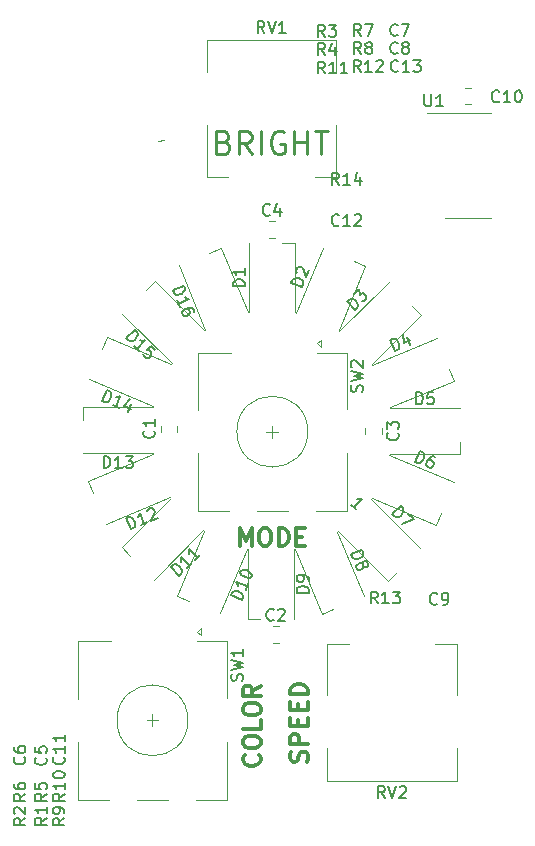
<source format=gbr>
G04 #@! TF.GenerationSoftware,KiCad,Pcbnew,(5.1.5-0-10_14)*
G04 #@! TF.CreationDate,2020-01-23T10:54:37-08:00*
G04 #@! TF.ProjectId,AndyCabinets,416e6479-4361-4626-996e-6574732e6b69,rev?*
G04 #@! TF.SameCoordinates,Original*
G04 #@! TF.FileFunction,Legend,Top*
G04 #@! TF.FilePolarity,Positive*
%FSLAX46Y46*%
G04 Gerber Fmt 4.6, Leading zero omitted, Abs format (unit mm)*
G04 Created by KiCad (PCBNEW (5.1.5-0-10_14)) date 2020-01-23 10:54:37*
%MOMM*%
%LPD*%
G04 APERTURE LIST*
%ADD10C,0.120000*%
%ADD11C,0.300000*%
%ADD12C,0.254000*%
%ADD13C,0.150000*%
G04 APERTURE END LIST*
D10*
X187685800Y-122965429D02*
X187685800Y-121965429D01*
D11*
X195075514Y-107688771D02*
X195075514Y-106188771D01*
X195575514Y-107260200D01*
X196075514Y-106188771D01*
X196075514Y-107688771D01*
X197075514Y-106188771D02*
X197361228Y-106188771D01*
X197504085Y-106260200D01*
X197646942Y-106403057D01*
X197718371Y-106688771D01*
X197718371Y-107188771D01*
X197646942Y-107474485D01*
X197504085Y-107617342D01*
X197361228Y-107688771D01*
X197075514Y-107688771D01*
X196932657Y-107617342D01*
X196789800Y-107474485D01*
X196718371Y-107188771D01*
X196718371Y-106688771D01*
X196789800Y-106403057D01*
X196932657Y-106260200D01*
X197075514Y-106188771D01*
X198361228Y-107688771D02*
X198361228Y-106188771D01*
X198718371Y-106188771D01*
X198932657Y-106260200D01*
X199075514Y-106403057D01*
X199146942Y-106545914D01*
X199218371Y-106831628D01*
X199218371Y-107045914D01*
X199146942Y-107331628D01*
X199075514Y-107474485D01*
X198932657Y-107617342D01*
X198718371Y-107688771D01*
X198361228Y-107688771D01*
X199861228Y-106903057D02*
X200361228Y-106903057D01*
X200575514Y-107688771D02*
X199861228Y-107688771D01*
X199861228Y-106188771D01*
X200575514Y-106188771D01*
D10*
X188671200Y-73355200D02*
X188188600Y-73380600D01*
D11*
X196699914Y-125374885D02*
X196771342Y-125446314D01*
X196842771Y-125660600D01*
X196842771Y-125803457D01*
X196771342Y-126017742D01*
X196628485Y-126160600D01*
X196485628Y-126232028D01*
X196199914Y-126303457D01*
X195985628Y-126303457D01*
X195699914Y-126232028D01*
X195557057Y-126160600D01*
X195414200Y-126017742D01*
X195342771Y-125803457D01*
X195342771Y-125660600D01*
X195414200Y-125446314D01*
X195485628Y-125374885D01*
X195342771Y-124446314D02*
X195342771Y-124160600D01*
X195414200Y-124017742D01*
X195557057Y-123874885D01*
X195842771Y-123803457D01*
X196342771Y-123803457D01*
X196628485Y-123874885D01*
X196771342Y-124017742D01*
X196842771Y-124160600D01*
X196842771Y-124446314D01*
X196771342Y-124589171D01*
X196628485Y-124732028D01*
X196342771Y-124803457D01*
X195842771Y-124803457D01*
X195557057Y-124732028D01*
X195414200Y-124589171D01*
X195342771Y-124446314D01*
X196842771Y-122446314D02*
X196842771Y-123160600D01*
X195342771Y-123160600D01*
X195342771Y-121660600D02*
X195342771Y-121374885D01*
X195414200Y-121232028D01*
X195557057Y-121089171D01*
X195842771Y-121017742D01*
X196342771Y-121017742D01*
X196628485Y-121089171D01*
X196771342Y-121232028D01*
X196842771Y-121374885D01*
X196842771Y-121660600D01*
X196771342Y-121803457D01*
X196628485Y-121946314D01*
X196342771Y-122017742D01*
X195842771Y-122017742D01*
X195557057Y-121946314D01*
X195414200Y-121803457D01*
X195342771Y-121660600D01*
X196842771Y-119517742D02*
X196128485Y-120017742D01*
X196842771Y-120374885D02*
X195342771Y-120374885D01*
X195342771Y-119803457D01*
X195414200Y-119660600D01*
X195485628Y-119589171D01*
X195628485Y-119517742D01*
X195842771Y-119517742D01*
X195985628Y-119589171D01*
X196057057Y-119660600D01*
X196128485Y-119803457D01*
X196128485Y-120374885D01*
X200759142Y-125967714D02*
X200830571Y-125753428D01*
X200830571Y-125396285D01*
X200759142Y-125253428D01*
X200687714Y-125182000D01*
X200544857Y-125110571D01*
X200402000Y-125110571D01*
X200259142Y-125182000D01*
X200187714Y-125253428D01*
X200116285Y-125396285D01*
X200044857Y-125682000D01*
X199973428Y-125824857D01*
X199902000Y-125896285D01*
X199759142Y-125967714D01*
X199616285Y-125967714D01*
X199473428Y-125896285D01*
X199402000Y-125824857D01*
X199330571Y-125682000D01*
X199330571Y-125324857D01*
X199402000Y-125110571D01*
X200830571Y-124467714D02*
X199330571Y-124467714D01*
X199330571Y-123896285D01*
X199402000Y-123753428D01*
X199473428Y-123682000D01*
X199616285Y-123610571D01*
X199830571Y-123610571D01*
X199973428Y-123682000D01*
X200044857Y-123753428D01*
X200116285Y-123896285D01*
X200116285Y-124467714D01*
X200044857Y-122967714D02*
X200044857Y-122467714D01*
X200830571Y-122253428D02*
X200830571Y-122967714D01*
X199330571Y-122967714D01*
X199330571Y-122253428D01*
X200044857Y-121610571D02*
X200044857Y-121110571D01*
X200830571Y-120896285D02*
X200830571Y-121610571D01*
X199330571Y-121610571D01*
X199330571Y-120896285D01*
X200830571Y-120253428D02*
X199330571Y-120253428D01*
X199330571Y-119896285D01*
X199402000Y-119682000D01*
X199544857Y-119539142D01*
X199687714Y-119467714D01*
X199973428Y-119396285D01*
X200187714Y-119396285D01*
X200473428Y-119467714D01*
X200616285Y-119539142D01*
X200759142Y-119682000D01*
X200830571Y-119896285D01*
X200830571Y-120253428D01*
D12*
X193716728Y-73490857D02*
X193988871Y-73581571D01*
X194079585Y-73672286D01*
X194170300Y-73853714D01*
X194170300Y-74125857D01*
X194079585Y-74307286D01*
X193988871Y-74398000D01*
X193807442Y-74488714D01*
X193081728Y-74488714D01*
X193081728Y-72583714D01*
X193716728Y-72583714D01*
X193898157Y-72674429D01*
X193988871Y-72765143D01*
X194079585Y-72946571D01*
X194079585Y-73128000D01*
X193988871Y-73309429D01*
X193898157Y-73400143D01*
X193716728Y-73490857D01*
X193081728Y-73490857D01*
X196075300Y-74488714D02*
X195440300Y-73581571D01*
X194986728Y-74488714D02*
X194986728Y-72583714D01*
X195712442Y-72583714D01*
X195893871Y-72674429D01*
X195984585Y-72765143D01*
X196075300Y-72946571D01*
X196075300Y-73218714D01*
X195984585Y-73400143D01*
X195893871Y-73490857D01*
X195712442Y-73581571D01*
X194986728Y-73581571D01*
X196891728Y-74488714D02*
X196891728Y-72583714D01*
X198796728Y-72674429D02*
X198615300Y-72583714D01*
X198343157Y-72583714D01*
X198071014Y-72674429D01*
X197889585Y-72855857D01*
X197798871Y-73037286D01*
X197708157Y-73400143D01*
X197708157Y-73672286D01*
X197798871Y-74035143D01*
X197889585Y-74216571D01*
X198071014Y-74398000D01*
X198343157Y-74488714D01*
X198524585Y-74488714D01*
X198796728Y-74398000D01*
X198887442Y-74307286D01*
X198887442Y-73672286D01*
X198524585Y-73672286D01*
X199703871Y-74488714D02*
X199703871Y-72583714D01*
X199703871Y-73490857D02*
X200792442Y-73490857D01*
X200792442Y-74488714D02*
X200792442Y-72583714D01*
X201427442Y-72583714D02*
X202516014Y-72583714D01*
X201971728Y-74488714D02*
X201971728Y-72583714D01*
D10*
X187685800Y-121965429D02*
X187685800Y-122965429D01*
X188185800Y-122465429D02*
X187185800Y-122465429D01*
X183985800Y-129165429D02*
X181385800Y-129165429D01*
X188985800Y-129165429D02*
X186385800Y-129165429D01*
X193985800Y-129165429D02*
X191385800Y-129165429D01*
X191785800Y-115265429D02*
X191485800Y-114965429D01*
X191785800Y-114665429D02*
X191785800Y-115265429D01*
X191485800Y-114965429D02*
X191785800Y-114665429D01*
X193985800Y-115765429D02*
X191485800Y-115765429D01*
X193985800Y-120565429D02*
X193985800Y-115765429D01*
X181385800Y-115765429D02*
X184185800Y-115765429D01*
X181385800Y-120665429D02*
X181385800Y-115765429D01*
X181385800Y-129165429D02*
X181385800Y-124265429D01*
X193985800Y-124265429D02*
X193985800Y-129165429D01*
X190685800Y-122465429D02*
G75*
G03X190685800Y-122465429I-3000000J0D01*
G01*
X205700027Y-83996608D02*
X204706857Y-83585223D01*
X203442195Y-89447497D02*
X205700027Y-83996608D01*
X199839065Y-87955032D02*
X202096897Y-82504143D01*
X193502349Y-82455883D02*
X192509178Y-82867267D01*
X195760181Y-87906772D02*
X193502349Y-82455883D01*
X192157051Y-89399237D02*
X189899219Y-83948348D01*
X214117422Y-70306000D02*
X214634578Y-70306000D01*
X214117422Y-68886000D02*
X214634578Y-68886000D01*
X202503800Y-127562429D02*
X202503800Y-124842429D01*
X202503800Y-120342429D02*
X202503800Y-115972429D01*
X213443800Y-120342429D02*
X213443800Y-115972429D01*
X211623800Y-115972429D02*
X213443800Y-115972429D01*
X202503800Y-127562429D02*
X213443800Y-127562429D01*
X213443800Y-127562429D02*
X213443800Y-124842429D01*
X202503800Y-115972429D02*
X204323800Y-115972429D01*
X203235800Y-64847600D02*
X203235800Y-67567600D01*
X203235800Y-72067600D02*
X203235800Y-76437600D01*
X192295800Y-72067600D02*
X192295800Y-76437600D01*
X194115800Y-76437600D02*
X192295800Y-76437600D01*
X203235800Y-64847600D02*
X192295800Y-64847600D01*
X192295800Y-64847600D02*
X192295800Y-67567600D01*
X203235800Y-76437600D02*
X201415800Y-76437600D01*
X214395987Y-71029614D02*
X210945987Y-71029614D01*
X214395987Y-71029614D02*
X216345987Y-71029614D01*
X214395987Y-79899614D02*
X212445987Y-79899614D01*
X214395987Y-79899614D02*
X216345987Y-79899614D01*
X200829800Y-98017929D02*
G75*
G03X200829800Y-98017929I-3000000J0D01*
G01*
X204129800Y-99817929D02*
X204129800Y-104717929D01*
X191529800Y-104717929D02*
X191529800Y-99817929D01*
X191529800Y-96217929D02*
X191529800Y-91317929D01*
X191529800Y-91317929D02*
X194329800Y-91317929D01*
X204129800Y-96117929D02*
X204129800Y-91317929D01*
X204129800Y-91317929D02*
X201629800Y-91317929D01*
X201629800Y-90517929D02*
X201929800Y-90217929D01*
X201929800Y-90217929D02*
X201929800Y-90817929D01*
X201929800Y-90817929D02*
X201629800Y-90517929D01*
X204129800Y-104717929D02*
X201529800Y-104717929D01*
X199129800Y-104717929D02*
X196529800Y-104717929D01*
X194129800Y-104717929D02*
X191529800Y-104717929D01*
X198329800Y-98017929D02*
X197329800Y-98017929D01*
X197829800Y-97517929D02*
X197829800Y-98517929D01*
X197531222Y-81639429D02*
X198048378Y-81639429D01*
X197531222Y-80219429D02*
X198048378Y-80219429D01*
X205715800Y-97688851D02*
X205715800Y-98206007D01*
X207135800Y-97688851D02*
X207135800Y-98206007D01*
X197861422Y-115929429D02*
X198378578Y-115929429D01*
X197861422Y-114509429D02*
X198378578Y-114509429D01*
X189800300Y-98015507D02*
X189800300Y-97498351D01*
X188380300Y-98015507D02*
X188380300Y-97498351D01*
X187896730Y-85260150D02*
X187136590Y-86020290D01*
X192068660Y-89432080D02*
X187896730Y-85260150D01*
X189310944Y-92189796D02*
X185139014Y-88017866D01*
X199752163Y-82009899D02*
X198677163Y-82009899D01*
X199752163Y-87909899D02*
X199752163Y-82009899D01*
X195852163Y-87909899D02*
X195852163Y-82009899D01*
X183794192Y-89997495D02*
X183382807Y-90990665D01*
X189245081Y-92255327D02*
X183794192Y-89997495D01*
X187752616Y-95858457D02*
X182301727Y-93600625D01*
X181812563Y-95945359D02*
X181812563Y-97020359D01*
X187712563Y-95945359D02*
X181812563Y-95945359D01*
X187712563Y-99845359D02*
X181812563Y-99845359D01*
X182261087Y-102195173D02*
X182672471Y-103188344D01*
X187711976Y-99937341D02*
X182261087Y-102195173D01*
X189204441Y-103540471D02*
X183753552Y-105798303D01*
X185065354Y-107793172D02*
X185825494Y-108553312D01*
X189237284Y-103621242D02*
X185065354Y-107793172D01*
X191995000Y-106378958D02*
X187823070Y-110550888D01*
X189800159Y-111903330D02*
X190793329Y-112314715D01*
X192057991Y-106452441D02*
X189800159Y-111903330D01*
X195661121Y-107944906D02*
X193403289Y-113395795D01*
X195748023Y-113884959D02*
X196823023Y-113884959D01*
X195748023Y-107984959D02*
X195748023Y-113884959D01*
X199648023Y-107984959D02*
X199648023Y-113884959D01*
X202000377Y-113436435D02*
X202993548Y-113025051D01*
X199742545Y-107985546D02*
X202000377Y-113436435D01*
X203345675Y-106493081D02*
X205603507Y-111943970D01*
X207598376Y-110634708D02*
X208358516Y-109874568D01*
X203426446Y-106462778D02*
X207598376Y-110634708D01*
X206184162Y-103705062D02*
X210356092Y-107876992D01*
X211708534Y-105892283D02*
X212119919Y-104899113D01*
X206257645Y-103634451D02*
X211708534Y-105892283D01*
X207750110Y-100031321D02*
X213200999Y-102289153D01*
X213687623Y-99946959D02*
X213687623Y-98871959D01*
X207787623Y-99946959D02*
X213687623Y-99946959D01*
X207787623Y-96046959D02*
X213687623Y-96046959D01*
X213239099Y-93699685D02*
X212827715Y-92706514D01*
X207788210Y-95957517D02*
X213239099Y-93699685D01*
X206295745Y-92354387D02*
X211746634Y-90096555D01*
X210434832Y-88101686D02*
X209674692Y-87341546D01*
X206262902Y-92273616D02*
X210434832Y-88101686D01*
X203505186Y-89515900D02*
X207677116Y-85343970D01*
D13*
X195290561Y-119098762D02*
X195338180Y-118955905D01*
X195338180Y-118717809D01*
X195290561Y-118622571D01*
X195242942Y-118574952D01*
X195147704Y-118527333D01*
X195052466Y-118527333D01*
X194957228Y-118574952D01*
X194909609Y-118622571D01*
X194861990Y-118717809D01*
X194814371Y-118908286D01*
X194766752Y-119003524D01*
X194719133Y-119051143D01*
X194623895Y-119098762D01*
X194528657Y-119098762D01*
X194433419Y-119051143D01*
X194385800Y-119003524D01*
X194338180Y-118908286D01*
X194338180Y-118670190D01*
X194385800Y-118527333D01*
X194338180Y-118194000D02*
X195338180Y-117955905D01*
X194623895Y-117765429D01*
X195338180Y-117574952D01*
X194338180Y-117336857D01*
X195338180Y-116432095D02*
X195338180Y-117003524D01*
X195338180Y-116717809D02*
X194338180Y-116717809D01*
X194481038Y-116813048D01*
X194576276Y-116908286D01*
X194623895Y-117003524D01*
X200364365Y-85778470D02*
X199440486Y-85395787D01*
X199531601Y-85175816D01*
X199630264Y-85062056D01*
X199754699Y-85010513D01*
X199860910Y-85002965D01*
X200055110Y-85031863D01*
X200187093Y-85086532D01*
X200344847Y-85203418D01*
X200414613Y-85283859D01*
X200466155Y-85408293D01*
X200455480Y-85558499D01*
X200364365Y-85778470D01*
X199892935Y-84552348D02*
X199867163Y-84490130D01*
X199859615Y-84383919D01*
X199950730Y-84163947D01*
X200031171Y-84094182D01*
X200093388Y-84068411D01*
X200199599Y-84060862D01*
X200287588Y-84097309D01*
X200401348Y-84195972D01*
X200710603Y-84942579D01*
X200947502Y-84370654D01*
X189406398Y-86031203D02*
X190330278Y-85648520D01*
X190421393Y-85868491D01*
X190432067Y-86018697D01*
X190380525Y-86143132D01*
X190310759Y-86223572D01*
X190153005Y-86340458D01*
X190021023Y-86395127D01*
X189826823Y-86424025D01*
X189720611Y-86416477D01*
X189596176Y-86364935D01*
X189497513Y-86251175D01*
X189406398Y-86031203D01*
X189989535Y-87439020D02*
X189770858Y-86911089D01*
X189880197Y-87175054D02*
X190804076Y-86792371D01*
X190635647Y-86759051D01*
X190511213Y-86707509D01*
X190430772Y-86637743D01*
X191241429Y-87848233D02*
X191168536Y-87672256D01*
X191088096Y-87602491D01*
X191025879Y-87576719D01*
X190857450Y-87543400D01*
X190663250Y-87572298D01*
X190311296Y-87718082D01*
X190241530Y-87798522D01*
X190215759Y-87860740D01*
X190208211Y-87966951D01*
X190281103Y-88142928D01*
X190361543Y-88212694D01*
X190423761Y-88238465D01*
X190529972Y-88246013D01*
X190749943Y-88154898D01*
X190819709Y-88074458D01*
X190845480Y-88012240D01*
X190853028Y-87906029D01*
X190780136Y-87730052D01*
X190699696Y-87660286D01*
X190637479Y-87634515D01*
X190531267Y-87626967D01*
X203471542Y-77107980D02*
X203138209Y-76631790D01*
X202900114Y-77107980D02*
X202900114Y-76107980D01*
X203281066Y-76107980D01*
X203376304Y-76155600D01*
X203423923Y-76203219D01*
X203471542Y-76298457D01*
X203471542Y-76441314D01*
X203423923Y-76536552D01*
X203376304Y-76584171D01*
X203281066Y-76631790D01*
X202900114Y-76631790D01*
X204423923Y-77107980D02*
X203852495Y-77107980D01*
X204138209Y-77107980D02*
X204138209Y-76107980D01*
X204042971Y-76250838D01*
X203947733Y-76346076D01*
X203852495Y-76393695D01*
X205281066Y-76441314D02*
X205281066Y-77107980D01*
X205042971Y-76060361D02*
X204804876Y-76774647D01*
X205423923Y-76774647D01*
X206748142Y-112567980D02*
X206414809Y-112091790D01*
X206176714Y-112567980D02*
X206176714Y-111567980D01*
X206557666Y-111567980D01*
X206652904Y-111615600D01*
X206700523Y-111663219D01*
X206748142Y-111758457D01*
X206748142Y-111901314D01*
X206700523Y-111996552D01*
X206652904Y-112044171D01*
X206557666Y-112091790D01*
X206176714Y-112091790D01*
X207700523Y-112567980D02*
X207129095Y-112567980D01*
X207414809Y-112567980D02*
X207414809Y-111567980D01*
X207319571Y-111710838D01*
X207224333Y-111806076D01*
X207129095Y-111853695D01*
X208033857Y-111567980D02*
X208652904Y-111567980D01*
X208319571Y-111948933D01*
X208462428Y-111948933D01*
X208557666Y-111996552D01*
X208605285Y-112044171D01*
X208652904Y-112139409D01*
X208652904Y-112377504D01*
X208605285Y-112472742D01*
X208557666Y-112520361D01*
X208462428Y-112567980D01*
X208176714Y-112567980D01*
X208081476Y-112520361D01*
X208033857Y-112472742D01*
X203471542Y-80521142D02*
X203423923Y-80568761D01*
X203281066Y-80616380D01*
X203185828Y-80616380D01*
X203042971Y-80568761D01*
X202947733Y-80473523D01*
X202900114Y-80378285D01*
X202852495Y-80187809D01*
X202852495Y-80044952D01*
X202900114Y-79854476D01*
X202947733Y-79759238D01*
X203042971Y-79664000D01*
X203185828Y-79616380D01*
X203281066Y-79616380D01*
X203423923Y-79664000D01*
X203471542Y-79711619D01*
X204423923Y-80616380D02*
X203852495Y-80616380D01*
X204138209Y-80616380D02*
X204138209Y-79616380D01*
X204042971Y-79759238D01*
X203947733Y-79854476D01*
X203852495Y-79902095D01*
X204804876Y-79711619D02*
X204852495Y-79664000D01*
X204947733Y-79616380D01*
X205185828Y-79616380D01*
X205281066Y-79664000D01*
X205328685Y-79711619D01*
X205376304Y-79806857D01*
X205376304Y-79902095D01*
X205328685Y-80044952D01*
X204757257Y-80616380D01*
X205376304Y-80616380D01*
X211796333Y-112574342D02*
X211748714Y-112621961D01*
X211605857Y-112669580D01*
X211510619Y-112669580D01*
X211367761Y-112621961D01*
X211272523Y-112526723D01*
X211224904Y-112431485D01*
X211177285Y-112241009D01*
X211177285Y-112098152D01*
X211224904Y-111907676D01*
X211272523Y-111812438D01*
X211367761Y-111717200D01*
X211510619Y-111669580D01*
X211605857Y-111669580D01*
X211748714Y-111717200D01*
X211796333Y-111764819D01*
X212272523Y-112669580D02*
X212463000Y-112669580D01*
X212558238Y-112621961D01*
X212605857Y-112574342D01*
X212701095Y-112431485D01*
X212748714Y-112241009D01*
X212748714Y-111860057D01*
X212701095Y-111764819D01*
X212653476Y-111717200D01*
X212558238Y-111669580D01*
X212367761Y-111669580D01*
X212272523Y-111717200D01*
X212224904Y-111764819D01*
X212177285Y-111860057D01*
X212177285Y-112098152D01*
X212224904Y-112193390D01*
X212272523Y-112241009D01*
X212367761Y-112288628D01*
X212558238Y-112288628D01*
X212653476Y-112241009D01*
X212701095Y-112193390D01*
X212748714Y-112098152D01*
X217035142Y-70029342D02*
X216987523Y-70076961D01*
X216844666Y-70124580D01*
X216749428Y-70124580D01*
X216606571Y-70076961D01*
X216511333Y-69981723D01*
X216463714Y-69886485D01*
X216416095Y-69696009D01*
X216416095Y-69553152D01*
X216463714Y-69362676D01*
X216511333Y-69267438D01*
X216606571Y-69172200D01*
X216749428Y-69124580D01*
X216844666Y-69124580D01*
X216987523Y-69172200D01*
X217035142Y-69219819D01*
X217987523Y-70124580D02*
X217416095Y-70124580D01*
X217701809Y-70124580D02*
X217701809Y-69124580D01*
X217606571Y-69267438D01*
X217511333Y-69362676D01*
X217416095Y-69410295D01*
X218606571Y-69124580D02*
X218701809Y-69124580D01*
X218797047Y-69172200D01*
X218844666Y-69219819D01*
X218892285Y-69315057D01*
X218939904Y-69505533D01*
X218939904Y-69743628D01*
X218892285Y-69934104D01*
X218844666Y-70029342D01*
X218797047Y-70076961D01*
X218701809Y-70124580D01*
X218606571Y-70124580D01*
X218511333Y-70076961D01*
X218463714Y-70029342D01*
X218416095Y-69934104D01*
X218368476Y-69743628D01*
X218368476Y-69505533D01*
X218416095Y-69315057D01*
X218463714Y-69219819D01*
X218511333Y-69172200D01*
X218606571Y-69124580D01*
X207378561Y-129044809D02*
X207045228Y-128568619D01*
X206807133Y-129044809D02*
X206807133Y-128044809D01*
X207188085Y-128044809D01*
X207283323Y-128092429D01*
X207330942Y-128140048D01*
X207378561Y-128235286D01*
X207378561Y-128378143D01*
X207330942Y-128473381D01*
X207283323Y-128521000D01*
X207188085Y-128568619D01*
X206807133Y-128568619D01*
X207664276Y-128044809D02*
X207997609Y-129044809D01*
X208330942Y-128044809D01*
X208616657Y-128140048D02*
X208664276Y-128092429D01*
X208759514Y-128044809D01*
X208997609Y-128044809D01*
X209092847Y-128092429D01*
X209140466Y-128140048D01*
X209188085Y-128235286D01*
X209188085Y-128330524D01*
X209140466Y-128473381D01*
X208569038Y-129044809D01*
X209188085Y-129044809D01*
X197170561Y-64269980D02*
X196837228Y-63793790D01*
X196599133Y-64269980D02*
X196599133Y-63269980D01*
X196980085Y-63269980D01*
X197075323Y-63317600D01*
X197122942Y-63365219D01*
X197170561Y-63460457D01*
X197170561Y-63603314D01*
X197122942Y-63698552D01*
X197075323Y-63746171D01*
X196980085Y-63793790D01*
X196599133Y-63793790D01*
X197456276Y-63269980D02*
X197789609Y-64269980D01*
X198122942Y-63269980D01*
X198980085Y-64269980D02*
X198408657Y-64269980D01*
X198694371Y-64269980D02*
X198694371Y-63269980D01*
X198599133Y-63412838D01*
X198503895Y-63508076D01*
X198408657Y-63555695D01*
X210713082Y-69455994D02*
X210713082Y-70265518D01*
X210760701Y-70360756D01*
X210808320Y-70408375D01*
X210903558Y-70455994D01*
X211094034Y-70455994D01*
X211189272Y-70408375D01*
X211236891Y-70360756D01*
X211284510Y-70265518D01*
X211284510Y-69455994D01*
X212284510Y-70455994D02*
X211713082Y-70455994D01*
X211998796Y-70455994D02*
X211998796Y-69455994D01*
X211903558Y-69598852D01*
X211808320Y-69694090D01*
X211713082Y-69741709D01*
X205303814Y-67565807D02*
X204970481Y-67089617D01*
X204732386Y-67565807D02*
X204732386Y-66565807D01*
X205113338Y-66565807D01*
X205208576Y-66613427D01*
X205256195Y-66661046D01*
X205303814Y-66756284D01*
X205303814Y-66899141D01*
X205256195Y-66994379D01*
X205208576Y-67041998D01*
X205113338Y-67089617D01*
X204732386Y-67089617D01*
X206256195Y-67565807D02*
X205684767Y-67565807D01*
X205970481Y-67565807D02*
X205970481Y-66565807D01*
X205875243Y-66708665D01*
X205780005Y-66803903D01*
X205684767Y-66851522D01*
X206637148Y-66661046D02*
X206684767Y-66613427D01*
X206780005Y-66565807D01*
X207018100Y-66565807D01*
X207113338Y-66613427D01*
X207160957Y-66661046D01*
X207208576Y-66756284D01*
X207208576Y-66851522D01*
X207160957Y-66994379D01*
X206589529Y-67565807D01*
X207208576Y-67565807D01*
X202287505Y-67692807D02*
X201954172Y-67216617D01*
X201716077Y-67692807D02*
X201716077Y-66692807D01*
X202097029Y-66692807D01*
X202192267Y-66740427D01*
X202239886Y-66788046D01*
X202287505Y-66883284D01*
X202287505Y-67026141D01*
X202239886Y-67121379D01*
X202192267Y-67168998D01*
X202097029Y-67216617D01*
X201716077Y-67216617D01*
X203239886Y-67692807D02*
X202668458Y-67692807D01*
X202954172Y-67692807D02*
X202954172Y-66692807D01*
X202858934Y-66835665D01*
X202763696Y-66930903D01*
X202668458Y-66978522D01*
X204192267Y-67692807D02*
X203620839Y-67692807D01*
X203906553Y-67692807D02*
X203906553Y-66692807D01*
X203811315Y-66835665D01*
X203716077Y-66930903D01*
X203620839Y-66978522D01*
X180258980Y-128689286D02*
X179782790Y-129022619D01*
X180258980Y-129260714D02*
X179258980Y-129260714D01*
X179258980Y-128879762D01*
X179306600Y-128784524D01*
X179354219Y-128736905D01*
X179449457Y-128689286D01*
X179592314Y-128689286D01*
X179687552Y-128736905D01*
X179735171Y-128784524D01*
X179782790Y-128879762D01*
X179782790Y-129260714D01*
X180258980Y-127736905D02*
X180258980Y-128308333D01*
X180258980Y-128022619D02*
X179258980Y-128022619D01*
X179401838Y-128117857D01*
X179497076Y-128213095D01*
X179544695Y-128308333D01*
X179258980Y-127117857D02*
X179258980Y-127022619D01*
X179306600Y-126927381D01*
X179354219Y-126879762D01*
X179449457Y-126832143D01*
X179639933Y-126784524D01*
X179878028Y-126784524D01*
X180068504Y-126832143D01*
X180163742Y-126879762D01*
X180211361Y-126927381D01*
X180258980Y-127022619D01*
X180258980Y-127117857D01*
X180211361Y-127213095D01*
X180163742Y-127260714D01*
X180068504Y-127308333D01*
X179878028Y-127355952D01*
X179639933Y-127355952D01*
X179449457Y-127308333D01*
X179354219Y-127260714D01*
X179306600Y-127213095D01*
X179258980Y-127117857D01*
X180233580Y-130748066D02*
X179757390Y-131081400D01*
X180233580Y-131319495D02*
X179233580Y-131319495D01*
X179233580Y-130938542D01*
X179281200Y-130843304D01*
X179328819Y-130795685D01*
X179424057Y-130748066D01*
X179566914Y-130748066D01*
X179662152Y-130795685D01*
X179709771Y-130843304D01*
X179757390Y-130938542D01*
X179757390Y-131319495D01*
X180233580Y-130271876D02*
X180233580Y-130081400D01*
X180185961Y-129986161D01*
X180138342Y-129938542D01*
X179995485Y-129843304D01*
X179805009Y-129795685D01*
X179424057Y-129795685D01*
X179328819Y-129843304D01*
X179281200Y-129890923D01*
X179233580Y-129986161D01*
X179233580Y-130176638D01*
X179281200Y-130271876D01*
X179328819Y-130319495D01*
X179424057Y-130367114D01*
X179662152Y-130367114D01*
X179757390Y-130319495D01*
X179805009Y-130271876D01*
X179852628Y-130176638D01*
X179852628Y-129986161D01*
X179805009Y-129890923D01*
X179757390Y-129843304D01*
X179662152Y-129795685D01*
X205335505Y-66041807D02*
X205002172Y-65565617D01*
X204764076Y-66041807D02*
X204764076Y-65041807D01*
X205145029Y-65041807D01*
X205240267Y-65089427D01*
X205287886Y-65137046D01*
X205335505Y-65232284D01*
X205335505Y-65375141D01*
X205287886Y-65470379D01*
X205240267Y-65517998D01*
X205145029Y-65565617D01*
X204764076Y-65565617D01*
X205906933Y-65470379D02*
X205811695Y-65422760D01*
X205764076Y-65375141D01*
X205716457Y-65279903D01*
X205716457Y-65232284D01*
X205764076Y-65137046D01*
X205811695Y-65089427D01*
X205906933Y-65041807D01*
X206097410Y-65041807D01*
X206192648Y-65089427D01*
X206240267Y-65137046D01*
X206287886Y-65232284D01*
X206287886Y-65279903D01*
X206240267Y-65375141D01*
X206192648Y-65422760D01*
X206097410Y-65470379D01*
X205906933Y-65470379D01*
X205811695Y-65517998D01*
X205764076Y-65565617D01*
X205716457Y-65660855D01*
X205716457Y-65851331D01*
X205764076Y-65946569D01*
X205811695Y-65994188D01*
X205906933Y-66041807D01*
X206097410Y-66041807D01*
X206192648Y-65994188D01*
X206240267Y-65946569D01*
X206287886Y-65851331D01*
X206287886Y-65660855D01*
X206240267Y-65565617D01*
X206192648Y-65517998D01*
X206097410Y-65470379D01*
X205335505Y-64517807D02*
X205002172Y-64041617D01*
X204764076Y-64517807D02*
X204764076Y-63517807D01*
X205145029Y-63517807D01*
X205240267Y-63565427D01*
X205287886Y-63613046D01*
X205335505Y-63708284D01*
X205335505Y-63851141D01*
X205287886Y-63946379D01*
X205240267Y-63993998D01*
X205145029Y-64041617D01*
X204764076Y-64041617D01*
X205668838Y-63517807D02*
X206335505Y-63517807D01*
X205906933Y-64517807D01*
X176931580Y-128689286D02*
X176455390Y-129022620D01*
X176931580Y-129260715D02*
X175931580Y-129260715D01*
X175931580Y-128879762D01*
X175979200Y-128784524D01*
X176026819Y-128736905D01*
X176122057Y-128689286D01*
X176264914Y-128689286D01*
X176360152Y-128736905D01*
X176407771Y-128784524D01*
X176455390Y-128879762D01*
X176455390Y-129260715D01*
X175931580Y-127832143D02*
X175931580Y-128022620D01*
X175979200Y-128117858D01*
X176026819Y-128165477D01*
X176169676Y-128260715D01*
X176360152Y-128308334D01*
X176741104Y-128308334D01*
X176836342Y-128260715D01*
X176883961Y-128213096D01*
X176931580Y-128117858D01*
X176931580Y-127927381D01*
X176883961Y-127832143D01*
X176836342Y-127784524D01*
X176741104Y-127736905D01*
X176503009Y-127736905D01*
X176407771Y-127784524D01*
X176360152Y-127832143D01*
X176312533Y-127927381D01*
X176312533Y-128117858D01*
X176360152Y-128213096D01*
X176407771Y-128260715D01*
X176503009Y-128308334D01*
X178734980Y-128689286D02*
X178258790Y-129022620D01*
X178734980Y-129260715D02*
X177734980Y-129260715D01*
X177734980Y-128879762D01*
X177782600Y-128784524D01*
X177830219Y-128736905D01*
X177925457Y-128689286D01*
X178068314Y-128689286D01*
X178163552Y-128736905D01*
X178211171Y-128784524D01*
X178258790Y-128879762D01*
X178258790Y-129260715D01*
X177734980Y-127784524D02*
X177734980Y-128260715D01*
X178211171Y-128308334D01*
X178163552Y-128260715D01*
X178115933Y-128165477D01*
X178115933Y-127927381D01*
X178163552Y-127832143D01*
X178211171Y-127784524D01*
X178306409Y-127736905D01*
X178544504Y-127736905D01*
X178639742Y-127784524D01*
X178687361Y-127832143D01*
X178734980Y-127927381D01*
X178734980Y-128165477D01*
X178687361Y-128260715D01*
X178639742Y-128308334D01*
X202287505Y-66130707D02*
X201954172Y-65654517D01*
X201716076Y-66130707D02*
X201716076Y-65130707D01*
X202097029Y-65130707D01*
X202192267Y-65178327D01*
X202239886Y-65225946D01*
X202287505Y-65321184D01*
X202287505Y-65464041D01*
X202239886Y-65559279D01*
X202192267Y-65606898D01*
X202097029Y-65654517D01*
X201716076Y-65654517D01*
X203144648Y-65464041D02*
X203144648Y-66130707D01*
X202906552Y-65083088D02*
X202668457Y-65797374D01*
X203287505Y-65797374D01*
X202287505Y-64568607D02*
X201954172Y-64092417D01*
X201716076Y-64568607D02*
X201716076Y-63568607D01*
X202097029Y-63568607D01*
X202192267Y-63616227D01*
X202239886Y-63663846D01*
X202287505Y-63759084D01*
X202287505Y-63901941D01*
X202239886Y-63997179D01*
X202192267Y-64044798D01*
X202097029Y-64092417D01*
X201716076Y-64092417D01*
X202620838Y-63568607D02*
X203239886Y-63568607D01*
X202906552Y-63949560D01*
X203049410Y-63949560D01*
X203144648Y-63997179D01*
X203192267Y-64044798D01*
X203239886Y-64140036D01*
X203239886Y-64378131D01*
X203192267Y-64473369D01*
X203144648Y-64520988D01*
X203049410Y-64568607D01*
X202763695Y-64568607D01*
X202668457Y-64520988D01*
X202620838Y-64473369D01*
X176931580Y-130748066D02*
X176455390Y-131081400D01*
X176931580Y-131319495D02*
X175931580Y-131319495D01*
X175931580Y-130938542D01*
X175979200Y-130843304D01*
X176026819Y-130795685D01*
X176122057Y-130748066D01*
X176264914Y-130748066D01*
X176360152Y-130795685D01*
X176407771Y-130843304D01*
X176455390Y-130938542D01*
X176455390Y-131319495D01*
X176026819Y-130367114D02*
X175979200Y-130319495D01*
X175931580Y-130224257D01*
X175931580Y-129986161D01*
X175979200Y-129890923D01*
X176026819Y-129843304D01*
X176122057Y-129795685D01*
X176217295Y-129795685D01*
X176360152Y-129843304D01*
X176931580Y-130414733D01*
X176931580Y-129795685D01*
X178734980Y-130722666D02*
X178258790Y-131056000D01*
X178734980Y-131294095D02*
X177734980Y-131294095D01*
X177734980Y-130913142D01*
X177782600Y-130817904D01*
X177830219Y-130770285D01*
X177925457Y-130722666D01*
X178068314Y-130722666D01*
X178163552Y-130770285D01*
X178211171Y-130817904D01*
X178258790Y-130913142D01*
X178258790Y-131294095D01*
X178734980Y-129770285D02*
X178734980Y-130341714D01*
X178734980Y-130056000D02*
X177734980Y-130056000D01*
X177877838Y-130151238D01*
X177973076Y-130246476D01*
X178020695Y-130341714D01*
X208478814Y-67470569D02*
X208431195Y-67518188D01*
X208288338Y-67565807D01*
X208193100Y-67565807D01*
X208050243Y-67518188D01*
X207955005Y-67422950D01*
X207907386Y-67327712D01*
X207859767Y-67137236D01*
X207859767Y-66994379D01*
X207907386Y-66803903D01*
X207955005Y-66708665D01*
X208050243Y-66613427D01*
X208193100Y-66565807D01*
X208288338Y-66565807D01*
X208431195Y-66613427D01*
X208478814Y-66661046D01*
X209431195Y-67565807D02*
X208859767Y-67565807D01*
X209145481Y-67565807D02*
X209145481Y-66565807D01*
X209050243Y-66708665D01*
X208955005Y-66803903D01*
X208859767Y-66851522D01*
X209764529Y-66565807D02*
X210383576Y-66565807D01*
X210050243Y-66946760D01*
X210193100Y-66946760D01*
X210288338Y-66994379D01*
X210335957Y-67041998D01*
X210383576Y-67137236D01*
X210383576Y-67375331D01*
X210335957Y-67470569D01*
X210288338Y-67518188D01*
X210193100Y-67565807D01*
X209907386Y-67565807D01*
X209812148Y-67518188D01*
X209764529Y-67470569D01*
X180163742Y-125577786D02*
X180211361Y-125625405D01*
X180258980Y-125768262D01*
X180258980Y-125863500D01*
X180211361Y-126006357D01*
X180116123Y-126101595D01*
X180020885Y-126149214D01*
X179830409Y-126196833D01*
X179687552Y-126196833D01*
X179497076Y-126149214D01*
X179401838Y-126101595D01*
X179306600Y-126006357D01*
X179258980Y-125863500D01*
X179258980Y-125768262D01*
X179306600Y-125625405D01*
X179354219Y-125577786D01*
X180258980Y-124625405D02*
X180258980Y-125196833D01*
X180258980Y-124911119D02*
X179258980Y-124911119D01*
X179401838Y-125006357D01*
X179497076Y-125101595D01*
X179544695Y-125196833D01*
X180258980Y-123673024D02*
X180258980Y-124244452D01*
X180258980Y-123958738D02*
X179258980Y-123958738D01*
X179401838Y-124053976D01*
X179497076Y-124149214D01*
X179544695Y-124244452D01*
X208447005Y-65946569D02*
X208399386Y-65994188D01*
X208256529Y-66041807D01*
X208161291Y-66041807D01*
X208018433Y-65994188D01*
X207923195Y-65898950D01*
X207875576Y-65803712D01*
X207827957Y-65613236D01*
X207827957Y-65470379D01*
X207875576Y-65279903D01*
X207923195Y-65184665D01*
X208018433Y-65089427D01*
X208161291Y-65041807D01*
X208256529Y-65041807D01*
X208399386Y-65089427D01*
X208447005Y-65137046D01*
X209018433Y-65470379D02*
X208923195Y-65422760D01*
X208875576Y-65375141D01*
X208827957Y-65279903D01*
X208827957Y-65232284D01*
X208875576Y-65137046D01*
X208923195Y-65089427D01*
X209018433Y-65041807D01*
X209208910Y-65041807D01*
X209304148Y-65089427D01*
X209351767Y-65137046D01*
X209399386Y-65232284D01*
X209399386Y-65279903D01*
X209351767Y-65375141D01*
X209304148Y-65422760D01*
X209208910Y-65470379D01*
X209018433Y-65470379D01*
X208923195Y-65517998D01*
X208875576Y-65565617D01*
X208827957Y-65660855D01*
X208827957Y-65851331D01*
X208875576Y-65946569D01*
X208923195Y-65994188D01*
X209018433Y-66041807D01*
X209208910Y-66041807D01*
X209304148Y-65994188D01*
X209351767Y-65946569D01*
X209399386Y-65851331D01*
X209399386Y-65660855D01*
X209351767Y-65565617D01*
X209304148Y-65517998D01*
X209208910Y-65470379D01*
X208447005Y-64422569D02*
X208399386Y-64470188D01*
X208256529Y-64517807D01*
X208161291Y-64517807D01*
X208018433Y-64470188D01*
X207923195Y-64374950D01*
X207875576Y-64279712D01*
X207827957Y-64089236D01*
X207827957Y-63946379D01*
X207875576Y-63755903D01*
X207923195Y-63660665D01*
X208018433Y-63565427D01*
X208161291Y-63517807D01*
X208256529Y-63517807D01*
X208399386Y-63565427D01*
X208447005Y-63613046D01*
X208780338Y-63517807D02*
X209447005Y-63517807D01*
X209018433Y-64517807D01*
X176836342Y-125577786D02*
X176883961Y-125625405D01*
X176931580Y-125768262D01*
X176931580Y-125863500D01*
X176883961Y-126006358D01*
X176788723Y-126101596D01*
X176693485Y-126149215D01*
X176503009Y-126196834D01*
X176360152Y-126196834D01*
X176169676Y-126149215D01*
X176074438Y-126101596D01*
X175979200Y-126006358D01*
X175931580Y-125863500D01*
X175931580Y-125768262D01*
X175979200Y-125625405D01*
X176026819Y-125577786D01*
X175931580Y-124720643D02*
X175931580Y-124911120D01*
X175979200Y-125006358D01*
X176026819Y-125053977D01*
X176169676Y-125149215D01*
X176360152Y-125196834D01*
X176741104Y-125196834D01*
X176836342Y-125149215D01*
X176883961Y-125101596D01*
X176931580Y-125006358D01*
X176931580Y-124815881D01*
X176883961Y-124720643D01*
X176836342Y-124673024D01*
X176741104Y-124625405D01*
X176503009Y-124625405D01*
X176407771Y-124673024D01*
X176360152Y-124720643D01*
X176312533Y-124815881D01*
X176312533Y-125006358D01*
X176360152Y-125101596D01*
X176407771Y-125149215D01*
X176503009Y-125196834D01*
X178639742Y-125609595D02*
X178687361Y-125657214D01*
X178734980Y-125800071D01*
X178734980Y-125895309D01*
X178687361Y-126038167D01*
X178592123Y-126133405D01*
X178496885Y-126181024D01*
X178306409Y-126228643D01*
X178163552Y-126228643D01*
X177973076Y-126181024D01*
X177877838Y-126133405D01*
X177782600Y-126038167D01*
X177734980Y-125895309D01*
X177734980Y-125800071D01*
X177782600Y-125657214D01*
X177830219Y-125609595D01*
X177734980Y-124704833D02*
X177734980Y-125181024D01*
X178211171Y-125228643D01*
X178163552Y-125181024D01*
X178115933Y-125085786D01*
X178115933Y-124847690D01*
X178163552Y-124752452D01*
X178211171Y-124704833D01*
X178306409Y-124657214D01*
X178544504Y-124657214D01*
X178639742Y-124704833D01*
X178687361Y-124752452D01*
X178734980Y-124847690D01*
X178734980Y-125085786D01*
X178687361Y-125181024D01*
X178639742Y-125228643D01*
X205434561Y-94651262D02*
X205482180Y-94508405D01*
X205482180Y-94270309D01*
X205434561Y-94175071D01*
X205386942Y-94127452D01*
X205291704Y-94079833D01*
X205196466Y-94079833D01*
X205101228Y-94127452D01*
X205053609Y-94175071D01*
X205005990Y-94270309D01*
X204958371Y-94460786D01*
X204910752Y-94556024D01*
X204863133Y-94603643D01*
X204767895Y-94651262D01*
X204672657Y-94651262D01*
X204577419Y-94603643D01*
X204529800Y-94556024D01*
X204482180Y-94460786D01*
X204482180Y-94222690D01*
X204529800Y-94079833D01*
X204482180Y-93746500D02*
X205482180Y-93508405D01*
X204767895Y-93317929D01*
X205482180Y-93127452D01*
X204482180Y-92889357D01*
X204577419Y-92556024D02*
X204529800Y-92508405D01*
X204482180Y-92413167D01*
X204482180Y-92175071D01*
X204529800Y-92079833D01*
X204577419Y-92032214D01*
X204672657Y-91984595D01*
X204767895Y-91984595D01*
X204910752Y-92032214D01*
X205482180Y-92603643D01*
X205482180Y-91984595D01*
X197623133Y-79636571D02*
X197575514Y-79684190D01*
X197432657Y-79731809D01*
X197337419Y-79731809D01*
X197194561Y-79684190D01*
X197099323Y-79588952D01*
X197051704Y-79493714D01*
X197004085Y-79303238D01*
X197004085Y-79160381D01*
X197051704Y-78969905D01*
X197099323Y-78874667D01*
X197194561Y-78779429D01*
X197337419Y-78731809D01*
X197432657Y-78731809D01*
X197575514Y-78779429D01*
X197623133Y-78827048D01*
X198480276Y-79065143D02*
X198480276Y-79731809D01*
X198242180Y-78684190D02*
X198004085Y-79398476D01*
X198623133Y-79398476D01*
X208432942Y-98114095D02*
X208480561Y-98161714D01*
X208528180Y-98304571D01*
X208528180Y-98399809D01*
X208480561Y-98542667D01*
X208385323Y-98637905D01*
X208290085Y-98685524D01*
X208099609Y-98733143D01*
X207956752Y-98733143D01*
X207766276Y-98685524D01*
X207671038Y-98637905D01*
X207575800Y-98542667D01*
X207528180Y-98399809D01*
X207528180Y-98304571D01*
X207575800Y-98161714D01*
X207623419Y-98114095D01*
X207528180Y-97780762D02*
X207528180Y-97161714D01*
X207909133Y-97495048D01*
X207909133Y-97352190D01*
X207956752Y-97256952D01*
X208004371Y-97209333D01*
X208099609Y-97161714D01*
X208337704Y-97161714D01*
X208432942Y-97209333D01*
X208480561Y-97256952D01*
X208528180Y-97352190D01*
X208528180Y-97637905D01*
X208480561Y-97733143D01*
X208432942Y-97780762D01*
X197953333Y-113926571D02*
X197905714Y-113974190D01*
X197762857Y-114021809D01*
X197667619Y-114021809D01*
X197524761Y-113974190D01*
X197429523Y-113878952D01*
X197381904Y-113783714D01*
X197334285Y-113593238D01*
X197334285Y-113450381D01*
X197381904Y-113259905D01*
X197429523Y-113164667D01*
X197524761Y-113069429D01*
X197667619Y-113021809D01*
X197762857Y-113021809D01*
X197905714Y-113069429D01*
X197953333Y-113117048D01*
X198334285Y-113117048D02*
X198381904Y-113069429D01*
X198477142Y-113021809D01*
X198715238Y-113021809D01*
X198810476Y-113069429D01*
X198858095Y-113117048D01*
X198905714Y-113212286D01*
X198905714Y-113307524D01*
X198858095Y-113450381D01*
X198286666Y-114021809D01*
X198905714Y-114021809D01*
X187797442Y-97923595D02*
X187845061Y-97971214D01*
X187892680Y-98114071D01*
X187892680Y-98209309D01*
X187845061Y-98352167D01*
X187749823Y-98447405D01*
X187654585Y-98495024D01*
X187464109Y-98542643D01*
X187321252Y-98542643D01*
X187130776Y-98495024D01*
X187035538Y-98447405D01*
X186940300Y-98352167D01*
X186892680Y-98209309D01*
X186892680Y-98114071D01*
X186940300Y-97971214D01*
X186987919Y-97923595D01*
X187892680Y-96971214D02*
X187892680Y-97542643D01*
X187892680Y-97256929D02*
X186892680Y-97256929D01*
X187035538Y-97352167D01*
X187130776Y-97447405D01*
X187178395Y-97542643D01*
X185480781Y-90130768D02*
X186187888Y-89423662D01*
X186356247Y-89592020D01*
X186423590Y-89726707D01*
X186423590Y-89861394D01*
X186389918Y-89962410D01*
X186288903Y-90130768D01*
X186187888Y-90231784D01*
X186019529Y-90332799D01*
X185918514Y-90366471D01*
X185783827Y-90366471D01*
X185649140Y-90299127D01*
X185480781Y-90130768D01*
X186558277Y-91208265D02*
X186154216Y-90804204D01*
X186356247Y-91006234D02*
X187063354Y-90299127D01*
X186894995Y-90332799D01*
X186760308Y-90332799D01*
X186659293Y-90299127D01*
X187905147Y-91140921D02*
X187568430Y-90804204D01*
X187198041Y-91107249D01*
X187265384Y-91107249D01*
X187366399Y-91140921D01*
X187534758Y-91309280D01*
X187568430Y-91410295D01*
X187568430Y-91477639D01*
X187534758Y-91578654D01*
X187366399Y-91747013D01*
X187265384Y-91780684D01*
X187198041Y-91780684D01*
X187097025Y-91747013D01*
X186928667Y-91578654D01*
X186894995Y-91477639D01*
X186894995Y-91410295D01*
X195504543Y-85697994D02*
X194504543Y-85697994D01*
X194504543Y-85459899D01*
X194552163Y-85317041D01*
X194647401Y-85221803D01*
X194742639Y-85174184D01*
X194933115Y-85126565D01*
X195075972Y-85126565D01*
X195266448Y-85174184D01*
X195361686Y-85221803D01*
X195456924Y-85317041D01*
X195504543Y-85459899D01*
X195504543Y-85697994D01*
X195504543Y-84174184D02*
X195504543Y-84745613D01*
X195504543Y-84459899D02*
X194504543Y-84459899D01*
X194647401Y-84555137D01*
X194742639Y-84650375D01*
X194790258Y-84745613D01*
X183426052Y-95421903D02*
X183808736Y-94498023D01*
X184028707Y-94589139D01*
X184142467Y-94687802D01*
X184194009Y-94812236D01*
X184201557Y-94918448D01*
X184172659Y-95112648D01*
X184117990Y-95244631D01*
X184001104Y-95402385D01*
X183920664Y-95472150D01*
X183796229Y-95523693D01*
X183646023Y-95513018D01*
X183426052Y-95421903D01*
X184833869Y-96005040D02*
X184305937Y-95786363D01*
X184569903Y-95895702D02*
X184952586Y-94971822D01*
X184809929Y-95067359D01*
X184685494Y-95118901D01*
X184579283Y-95126449D01*
X185880888Y-95717134D02*
X185625765Y-96333054D01*
X185806700Y-95274065D02*
X185313384Y-95842864D01*
X185885309Y-96079763D01*
X183548277Y-101097739D02*
X183548277Y-100097739D01*
X183786372Y-100097739D01*
X183929229Y-100145359D01*
X184024467Y-100240597D01*
X184072086Y-100335835D01*
X184119705Y-100526311D01*
X184119705Y-100669168D01*
X184072086Y-100859644D01*
X184024467Y-100954882D01*
X183929229Y-101050120D01*
X183786372Y-101097739D01*
X183548277Y-101097739D01*
X185072086Y-101097739D02*
X184500658Y-101097739D01*
X184786372Y-101097739D02*
X184786372Y-100097739D01*
X184691134Y-100240597D01*
X184595896Y-100335835D01*
X184500658Y-100383454D01*
X185405420Y-100097739D02*
X186024467Y-100097739D01*
X185691134Y-100478692D01*
X185833991Y-100478692D01*
X185929229Y-100526311D01*
X185976848Y-100573930D01*
X186024467Y-100669168D01*
X186024467Y-100907263D01*
X185976848Y-101002501D01*
X185929229Y-101050120D01*
X185833991Y-101097739D01*
X185548277Y-101097739D01*
X185453039Y-101050120D01*
X185405420Y-101002501D01*
X185836407Y-106291123D02*
X185453724Y-105367243D01*
X185673695Y-105276128D01*
X185823901Y-105265454D01*
X185948336Y-105316996D01*
X186028776Y-105386762D01*
X186145662Y-105544516D01*
X186200331Y-105676498D01*
X186229229Y-105870698D01*
X186221681Y-105976910D01*
X186170139Y-106101345D01*
X186056379Y-106200008D01*
X185836407Y-106291123D01*
X187244224Y-105707986D02*
X186716293Y-105926663D01*
X186980258Y-105817324D02*
X186597575Y-104893445D01*
X186564255Y-105061874D01*
X186512713Y-105186308D01*
X186442947Y-105266749D01*
X187249941Y-104726311D02*
X187275712Y-104664094D01*
X187345477Y-104583654D01*
X187565449Y-104492539D01*
X187671660Y-104500087D01*
X187733878Y-104525858D01*
X187814318Y-104595623D01*
X187850764Y-104683612D01*
X187861439Y-104833818D01*
X187552184Y-105580425D01*
X188124109Y-105343526D01*
X189935972Y-110209120D02*
X189228866Y-109502013D01*
X189397224Y-109333654D01*
X189531911Y-109266311D01*
X189666598Y-109266311D01*
X189767614Y-109299983D01*
X189935972Y-109400998D01*
X190036988Y-109502013D01*
X190138003Y-109670372D01*
X190171675Y-109771387D01*
X190171675Y-109906074D01*
X190104331Y-110040761D01*
X189935972Y-110209120D01*
X191013469Y-109131624D02*
X190609408Y-109535685D01*
X190811438Y-109333654D02*
X190104331Y-108626547D01*
X190138003Y-108794906D01*
X190138003Y-108929593D01*
X190104331Y-109030609D01*
X191686904Y-108458189D02*
X191282843Y-108862250D01*
X191484873Y-108660219D02*
X190777766Y-107953112D01*
X190811438Y-108121471D01*
X190811438Y-108256158D01*
X190777766Y-108357173D01*
X195224567Y-112271469D02*
X194300687Y-111888785D01*
X194391803Y-111668814D01*
X194490466Y-111555054D01*
X194614900Y-111503512D01*
X194721112Y-111495964D01*
X194915312Y-111524862D01*
X195047295Y-111579531D01*
X195205049Y-111696417D01*
X195274814Y-111776857D01*
X195326357Y-111901292D01*
X195315682Y-112051498D01*
X195224567Y-112271469D01*
X195807704Y-110863652D02*
X195589027Y-111391584D01*
X195698366Y-111127618D02*
X194774486Y-110744935D01*
X194870023Y-110887592D01*
X194921565Y-111012027D01*
X194929113Y-111118238D01*
X195120723Y-109909044D02*
X195157169Y-109821055D01*
X195237610Y-109751290D01*
X195299827Y-109725518D01*
X195406039Y-109717970D01*
X195600239Y-109746868D01*
X195820210Y-109837983D01*
X195977964Y-109954869D01*
X196047729Y-110035310D01*
X196073501Y-110097527D01*
X196081049Y-110203739D01*
X196044603Y-110291727D01*
X195964163Y-110361493D01*
X195901945Y-110387264D01*
X195795734Y-110394812D01*
X195601534Y-110365914D01*
X195381562Y-110274799D01*
X195223808Y-110157913D01*
X195154043Y-110077472D01*
X195128272Y-110015255D01*
X195120723Y-109909044D01*
X200900403Y-111673054D02*
X199900403Y-111673054D01*
X199900403Y-111434959D01*
X199948023Y-111292101D01*
X200043261Y-111196863D01*
X200138499Y-111149244D01*
X200328975Y-111101625D01*
X200471832Y-111101625D01*
X200662308Y-111149244D01*
X200757546Y-111196863D01*
X200852784Y-111292101D01*
X200900403Y-111434959D01*
X200900403Y-111673054D01*
X200900403Y-110625435D02*
X200900403Y-110434959D01*
X200852784Y-110339720D01*
X200805165Y-110292101D01*
X200662308Y-110196863D01*
X200471832Y-110149244D01*
X200090880Y-110149244D01*
X199995642Y-110196863D01*
X199948023Y-110244482D01*
X199900403Y-110339720D01*
X199900403Y-110530197D01*
X199948023Y-110625435D01*
X199995642Y-110673054D01*
X200090880Y-110720673D01*
X200328975Y-110720673D01*
X200424213Y-110673054D01*
X200471832Y-110625435D01*
X200519451Y-110530197D01*
X200519451Y-110339720D01*
X200471832Y-110244482D01*
X200424213Y-110196863D01*
X200328975Y-110149244D01*
X204513292Y-108403586D02*
X205437172Y-108020903D01*
X205528287Y-108240874D01*
X205538962Y-108391080D01*
X205487419Y-108515514D01*
X205417654Y-108595955D01*
X205259900Y-108712841D01*
X205127917Y-108767510D01*
X204933717Y-108796408D01*
X204827505Y-108788860D01*
X204703071Y-108737317D01*
X204604407Y-108623557D01*
X204513292Y-108403586D01*
X205478576Y-109240772D02*
X205486124Y-109134561D01*
X205511895Y-109072343D01*
X205581661Y-108991903D01*
X205625655Y-108973680D01*
X205731867Y-108981228D01*
X205794084Y-109006999D01*
X205874524Y-109076765D01*
X205947416Y-109252742D01*
X205939868Y-109358954D01*
X205914097Y-109421171D01*
X205844331Y-109501611D01*
X205800337Y-109519834D01*
X205694126Y-109512286D01*
X205631908Y-109486515D01*
X205551468Y-109416749D01*
X205478576Y-109240772D01*
X205398136Y-109171007D01*
X205335918Y-109145235D01*
X205229707Y-109137687D01*
X205053730Y-109210579D01*
X204983964Y-109291020D01*
X204958193Y-109353237D01*
X204950645Y-109459448D01*
X205023537Y-109635425D01*
X205103977Y-109705191D01*
X205166194Y-109730962D01*
X205272406Y-109738510D01*
X205448383Y-109665618D01*
X205518148Y-109585178D01*
X205543920Y-109522961D01*
X205551468Y-109416749D01*
X207994019Y-105023310D02*
X208701125Y-104316203D01*
X208869484Y-104484562D01*
X208936828Y-104619249D01*
X208936828Y-104753936D01*
X208903156Y-104854951D01*
X208802141Y-105023310D01*
X208701125Y-105124325D01*
X208532767Y-105225341D01*
X208431751Y-105259012D01*
X208297064Y-105259012D01*
X208162377Y-105191669D01*
X207994019Y-105023310D01*
X209340889Y-104955966D02*
X209812293Y-105427371D01*
X208802141Y-105831432D01*
X204917262Y-104598205D02*
X204513201Y-104194144D01*
X204715232Y-104396174D02*
X205422339Y-103689067D01*
X205253980Y-103722739D01*
X205119293Y-103722739D01*
X205018278Y-103689067D01*
X209926671Y-100556621D02*
X210309354Y-99632742D01*
X210529325Y-99723857D01*
X210643085Y-99822520D01*
X210694628Y-99946955D01*
X210702176Y-100053166D01*
X210673278Y-100247366D01*
X210618609Y-100379349D01*
X210501723Y-100537103D01*
X210421282Y-100606869D01*
X210296848Y-100658411D01*
X210146642Y-100647736D01*
X209926671Y-100556621D01*
X211629182Y-100179432D02*
X211453205Y-100106540D01*
X211346993Y-100114088D01*
X211284776Y-100139860D01*
X211142119Y-100235396D01*
X211025232Y-100393150D01*
X210879448Y-100745105D01*
X210886996Y-100851316D01*
X210912768Y-100913533D01*
X210982533Y-100993974D01*
X211158510Y-101066866D01*
X211264722Y-101059318D01*
X211326939Y-101033546D01*
X211407379Y-100963781D01*
X211498494Y-100743809D01*
X211490946Y-100637598D01*
X211465175Y-100575381D01*
X211395409Y-100494940D01*
X211219432Y-100422048D01*
X211113221Y-100429596D01*
X211051003Y-100455368D01*
X210970563Y-100525133D01*
X209999527Y-95699339D02*
X209999527Y-94699339D01*
X210237623Y-94699339D01*
X210380480Y-94746959D01*
X210475718Y-94842197D01*
X210523337Y-94937435D01*
X210570956Y-95127911D01*
X210570956Y-95270768D01*
X210523337Y-95461244D01*
X210475718Y-95556482D01*
X210380480Y-95651720D01*
X210237623Y-95699339D01*
X209999527Y-95699339D01*
X211475718Y-94699339D02*
X210999527Y-94699339D01*
X210951908Y-95175530D01*
X210999527Y-95127911D01*
X211094765Y-95080292D01*
X211332861Y-95080292D01*
X211428099Y-95127911D01*
X211475718Y-95175530D01*
X211523337Y-95270768D01*
X211523337Y-95508863D01*
X211475718Y-95604101D01*
X211428099Y-95651720D01*
X211332861Y-95699339D01*
X211094765Y-95699339D01*
X210999527Y-95651720D01*
X210951908Y-95604101D01*
X208206250Y-91186769D02*
X207823567Y-90262889D01*
X208043538Y-90171774D01*
X208193744Y-90161099D01*
X208318178Y-90212642D01*
X208398619Y-90282407D01*
X208515505Y-90440161D01*
X208570174Y-90572144D01*
X208599072Y-90766344D01*
X208591524Y-90872556D01*
X208539981Y-90996990D01*
X208426221Y-91095654D01*
X208206250Y-91186769D01*
X209270956Y-90024159D02*
X209526078Y-90640078D01*
X208905200Y-89763320D02*
X208958574Y-90514349D01*
X209530500Y-90277449D01*
X204823434Y-87706042D02*
X204116327Y-86998936D01*
X204284686Y-86830577D01*
X204419373Y-86763233D01*
X204554060Y-86763233D01*
X204655075Y-86796905D01*
X204823434Y-86897920D01*
X204924449Y-86998936D01*
X205025465Y-87167294D01*
X205059136Y-87268310D01*
X205059136Y-87402997D01*
X204991793Y-87537684D01*
X204823434Y-87706042D01*
X204756090Y-86359172D02*
X205193823Y-85921439D01*
X205227495Y-86426516D01*
X205328510Y-86325500D01*
X205429526Y-86291829D01*
X205496869Y-86291829D01*
X205597884Y-86325500D01*
X205766243Y-86493859D01*
X205799915Y-86594874D01*
X205799915Y-86662218D01*
X205766243Y-86763233D01*
X205564213Y-86965264D01*
X205463197Y-86998936D01*
X205395854Y-86998936D01*
M02*

</source>
